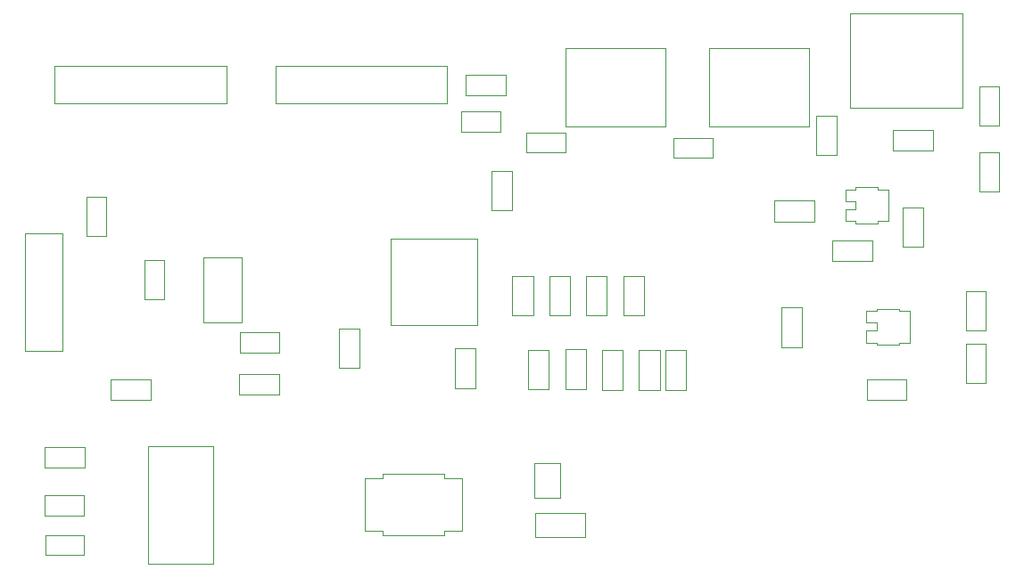
<source format=gbr>
%TF.GenerationSoftware,KiCad,Pcbnew,9.0.7*%
%TF.CreationDate,2026-02-08T16:14:47+05:30*%
%TF.ProjectId,fpga_dev_board,66706761-5f64-4657-965f-626f6172642e,rev?*%
%TF.SameCoordinates,Original*%
%TF.FileFunction,Other,User*%
%FSLAX46Y46*%
G04 Gerber Fmt 4.6, Leading zero omitted, Abs format (unit mm)*
G04 Created by KiCad (PCBNEW 9.0.7) date 2026-02-08 16:14:47*
%MOMM*%
%LPD*%
G01*
G04 APERTURE LIST*
%ADD10C,0.050000*%
G04 APERTURE END LIST*
%TO.C,@P_C16*%
D10*
X181480000Y-121232500D02*
X179520000Y-121232500D01*
X179520000Y-124992500D01*
X181480000Y-124992500D01*
X181480000Y-121232500D01*
%TO.C,R9*%
X141650000Y-119550000D02*
X145350000Y-119550000D01*
X145350000Y-121450000D01*
X141650000Y-121450000D01*
X141650000Y-119550000D01*
%TO.C,P2_C5*%
X193020000Y-120917500D02*
X194980000Y-120917500D01*
X194980000Y-117157500D01*
X193020000Y-117157500D01*
X193020000Y-120917500D01*
%TO.C,D5*%
X210526000Y-120650000D02*
X212426000Y-120650000D01*
X210526000Y-124350000D02*
X210526000Y-120650000D01*
X212426000Y-120650000D02*
X212426000Y-124350000D01*
X212426000Y-124350000D02*
X210526000Y-124350000D01*
%TO.C,@P_C19*%
X172520000Y-124917500D02*
X174480000Y-124917500D01*
X174480000Y-121157500D01*
X172520000Y-121157500D01*
X172520000Y-124917500D01*
%TO.C,B_C20*%
X163095000Y-95020000D02*
X166855000Y-95020000D01*
X166855000Y-96980000D01*
X163095000Y-96980000D01*
X163095000Y-95020000D01*
%TO.C,P1_C1*%
X201631000Y-112730000D02*
X197871000Y-112730000D01*
X197871000Y-110770000D01*
X201631000Y-110770000D01*
X201631000Y-112730000D01*
%TO.C,R2*%
X198251000Y-98950000D02*
X196351000Y-98950000D01*
X196351000Y-102650000D01*
X198251000Y-102650000D01*
X198251000Y-98950000D01*
%TO.C,B_R10*%
X168825000Y-100550000D02*
X172525000Y-100550000D01*
X172525000Y-102450000D01*
X168825000Y-102450000D01*
X168825000Y-100550000D01*
%TO.C,@G2_C12*%
X165520000Y-107917500D02*
X167480000Y-107917500D01*
X167480000Y-104157500D01*
X165520000Y-104157500D01*
X165520000Y-107917500D01*
%TO.C,B_R6*%
X182825000Y-101050000D02*
X186525000Y-101050000D01*
X186525000Y-102950000D01*
X182825000Y-102950000D01*
X182825000Y-101050000D01*
%TO.C,R6*%
X123150000Y-138800000D02*
X126850000Y-138800000D01*
X126850000Y-140700000D01*
X123150000Y-140700000D01*
X123150000Y-138800000D01*
%TO.C,U4*%
X153450000Y-133405000D02*
X155200000Y-133405000D01*
X153450000Y-138365000D02*
X153450000Y-133405000D01*
X155200000Y-132985000D02*
X161000000Y-132985000D01*
X155200000Y-133405000D02*
X155200000Y-132985000D01*
X155200000Y-138365000D02*
X153450000Y-138365000D01*
X155200000Y-138785000D02*
X155200000Y-138365000D01*
X161000000Y-132985000D02*
X161000000Y-133405000D01*
X161000000Y-133405000D02*
X162750000Y-133405000D01*
X161000000Y-138365000D02*
X161000000Y-138785000D01*
X161000000Y-138785000D02*
X155200000Y-138785000D01*
X162750000Y-133405000D02*
X162750000Y-138365000D01*
X162750000Y-138365000D02*
X161000000Y-138365000D01*
%TO.C,@P_R14*%
X169012500Y-124925000D02*
X170912500Y-124925000D01*
X170912500Y-121225000D01*
X169012500Y-121225000D01*
X169012500Y-124925000D01*
%TO.C,@P_C17*%
X172960000Y-114157500D02*
X171000000Y-114157500D01*
X171000000Y-117917500D01*
X172960000Y-117917500D01*
X172960000Y-114157500D01*
%TO.C,P1_C2*%
X207406000Y-102230000D02*
X203646000Y-102230000D01*
X203646000Y-100270000D01*
X207406000Y-100270000D01*
X207406000Y-102230000D01*
%TO.C,L_R1*%
X210551000Y-119350000D02*
X212451000Y-119350000D01*
X212451000Y-115650000D01*
X210551000Y-115650000D01*
X210551000Y-119350000D01*
%TO.C,B_C21*%
X145342500Y-125480000D02*
X141582500Y-125480000D01*
X141582500Y-123520000D01*
X145342500Y-123520000D01*
X145342500Y-125480000D01*
%TO.C,R5*%
X211801000Y-106137500D02*
X213701000Y-106137500D01*
X213701000Y-102437500D01*
X211801000Y-102437500D01*
X211801000Y-106137500D01*
%TO.C,@P_C13*%
X179980000Y-114157500D02*
X178020000Y-114157500D01*
X178020000Y-117917500D01*
X179980000Y-117917500D01*
X179980000Y-114157500D01*
%TO.C,R3*%
X123112500Y-135050000D02*
X126812500Y-135050000D01*
X126812500Y-136950000D01*
X123112500Y-136950000D01*
X123112500Y-135050000D01*
%TO.C,R4*%
X211801000Y-99850000D02*
X213701000Y-99850000D01*
X213701000Y-96150000D01*
X211801000Y-96150000D01*
X211801000Y-99850000D01*
%TO.C,@P_C15*%
X183980000Y-121232500D02*
X182020000Y-121232500D01*
X182020000Y-124992500D01*
X183980000Y-124992500D01*
X183980000Y-121232500D01*
%TO.C,P1_R7*%
X206451000Y-107650000D02*
X204551000Y-107650000D01*
X204551000Y-111350000D01*
X206451000Y-111350000D01*
X206451000Y-107650000D01*
%TO.C,C7*%
X123120000Y-130420000D02*
X126880000Y-130420000D01*
X126880000Y-132380000D01*
X123120000Y-132380000D01*
X123120000Y-130420000D01*
%TO.C,D1*%
X162625000Y-98550000D02*
X166325000Y-98550000D01*
X166325000Y-100450000D01*
X162625000Y-100450000D01*
X162625000Y-98550000D01*
%TO.C,@P_C18*%
X169450000Y-114157500D02*
X167490000Y-114157500D01*
X167490000Y-117917500D01*
X169450000Y-117917500D01*
X169450000Y-114157500D01*
%TO.C,J4*%
X145000000Y-94200000D02*
X145000000Y-97800000D01*
X145000000Y-97800000D02*
X161300000Y-97800000D01*
X161300000Y-94200000D02*
X145000000Y-94200000D01*
X161300000Y-97800000D02*
X161300000Y-94200000D01*
%TO.C,D4*%
X169700000Y-136700000D02*
X169700000Y-139000000D01*
X169700000Y-136700000D02*
X174400000Y-136700000D01*
X174400000Y-136700000D02*
X174400000Y-139000000D01*
X174400000Y-139000000D02*
X169700000Y-139000000D01*
%TO.C,P2_C4*%
X204906000Y-125980000D02*
X201146000Y-125980000D01*
X201146000Y-124020000D01*
X204906000Y-124020000D01*
X204906000Y-125980000D01*
%TO.C,JP4*%
X169550000Y-135250000D02*
X169550000Y-131950000D01*
X169550000Y-135250000D02*
X172050000Y-135250000D01*
X172050000Y-131950000D02*
X169550000Y-131950000D01*
X172050000Y-131950000D02*
X172050000Y-135250000D01*
%TO.C,C11*%
X129370000Y-124020000D02*
X133130000Y-124020000D01*
X133130000Y-125980000D01*
X129370000Y-125980000D01*
X129370000Y-124020000D01*
%TO.C,@P_C9*%
X176020000Y-124992500D02*
X177980000Y-124992500D01*
X177980000Y-121232500D01*
X176020000Y-121232500D01*
X176020000Y-124992500D01*
%TO.C,J6*%
X138200000Y-112425000D02*
X138200000Y-118575000D01*
X138200000Y-118575000D02*
X141800000Y-118575000D01*
X141800000Y-112425000D02*
X138200000Y-112425000D01*
X141800000Y-118575000D02*
X141800000Y-112425000D01*
%TO.C,SW2*%
X186175000Y-92500000D02*
X186425000Y-92500000D01*
X186175000Y-92750000D02*
X186175000Y-92500000D01*
X186175000Y-99750000D02*
X186175000Y-92750000D01*
X186175000Y-99750000D02*
X186175000Y-100000000D01*
X186175000Y-100000000D02*
X186425000Y-100000000D01*
X186425000Y-92500000D02*
X195425000Y-92500000D01*
X195425000Y-92500000D02*
X195675000Y-92500000D01*
X195425000Y-100000000D02*
X186425000Y-100000000D01*
X195425000Y-100000000D02*
X195675000Y-100000000D01*
X195675000Y-92500000D02*
X195675000Y-92750000D01*
X195675000Y-92750000D02*
X195675000Y-99750000D01*
X195675000Y-100000000D02*
X195675000Y-99750000D01*
%TO.C,J3*%
X132940000Y-130350000D02*
X132940000Y-141550000D01*
X132940000Y-141550000D02*
X139090000Y-141550000D01*
X139090000Y-130350000D02*
X132940000Y-130350000D01*
X139090000Y-141550000D02*
X139090000Y-130350000D01*
%TO.C,J5*%
X121200000Y-110080000D02*
X121200000Y-121280000D01*
X121200000Y-121280000D02*
X124800000Y-121280000D01*
X124800000Y-110080000D02*
X121200000Y-110080000D01*
X124800000Y-121280000D02*
X124800000Y-110080000D01*
%TO.C,U3*%
X201087500Y-117500000D02*
X202087500Y-117500000D01*
X201087500Y-118610000D02*
X201087500Y-117500000D01*
X201087500Y-119390000D02*
X202087500Y-119390000D01*
X201087500Y-120500000D02*
X201087500Y-119390000D01*
X202087500Y-117300000D02*
X204187500Y-117300000D01*
X202087500Y-117500000D02*
X202087500Y-117300000D01*
X202087500Y-118610000D02*
X201087500Y-118610000D01*
X202087500Y-119390000D02*
X202087500Y-118610000D01*
X202087500Y-120500000D02*
X201087500Y-120500000D01*
X202087500Y-120700000D02*
X202087500Y-120500000D01*
X204187500Y-117300000D02*
X204187500Y-117500000D01*
X204187500Y-117500000D02*
X205187500Y-117500000D01*
X204187500Y-120500000D02*
X204187500Y-120700000D01*
X204187500Y-120700000D02*
X202087500Y-120700000D01*
X205187500Y-117500000D02*
X205187500Y-120500000D01*
X205187500Y-120500000D02*
X204187500Y-120500000D01*
%TO.C,C8*%
X163980000Y-121082500D02*
X162020000Y-121082500D01*
X162020000Y-124842500D01*
X163980000Y-124842500D01*
X163980000Y-121082500D01*
%TO.C,SW1*%
X172500000Y-92500000D02*
X172750000Y-92500000D01*
X172500000Y-92750000D02*
X172500000Y-92500000D01*
X172500000Y-99750000D02*
X172500000Y-92750000D01*
X172500000Y-99750000D02*
X172500000Y-100000000D01*
X172500000Y-100000000D02*
X172750000Y-100000000D01*
X172750000Y-92500000D02*
X181750000Y-92500000D01*
X181750000Y-92500000D02*
X182000000Y-92500000D01*
X181750000Y-100000000D02*
X172750000Y-100000000D01*
X181750000Y-100000000D02*
X182000000Y-100000000D01*
X182000000Y-92500000D02*
X182000000Y-92750000D01*
X182000000Y-92750000D02*
X182000000Y-99750000D01*
X182000000Y-100000000D02*
X182000000Y-99750000D01*
%TO.C,D3*%
X127050000Y-106675000D02*
X128950000Y-106675000D01*
X127050000Y-110375000D02*
X127050000Y-106675000D01*
X128950000Y-106675000D02*
X128950000Y-110375000D01*
X128950000Y-110375000D02*
X127050000Y-110375000D01*
%TO.C,J1*%
X210211000Y-98155000D02*
X199571000Y-98155000D01*
X199571000Y-89215000D01*
X210211000Y-89215000D01*
X210211000Y-98155000D01*
%TO.C,U1*%
X155932500Y-110620000D02*
X155932500Y-118880000D01*
X155932500Y-118880000D02*
X164192500Y-118880000D01*
X164192500Y-110620000D02*
X155932500Y-110620000D01*
X164192500Y-118880000D02*
X164192500Y-110620000D01*
%TO.C,J2*%
X124040000Y-94200000D02*
X124040000Y-97800000D01*
X124040000Y-97800000D02*
X140340000Y-97800000D01*
X140340000Y-94200000D02*
X124040000Y-94200000D01*
X140340000Y-97800000D02*
X140340000Y-94200000D01*
%TO.C,@P_C14*%
X176470000Y-114157500D02*
X174510000Y-114157500D01*
X174510000Y-117917500D01*
X176470000Y-117917500D01*
X176470000Y-114157500D01*
%TO.C,L_R13*%
X134450000Y-112650000D02*
X132550000Y-112650000D01*
X132550000Y-116350000D01*
X134450000Y-116350000D01*
X134450000Y-112650000D01*
%TO.C,@G1_C6*%
X152980000Y-119157500D02*
X151020000Y-119157500D01*
X151020000Y-122917500D01*
X152980000Y-122917500D01*
X152980000Y-119157500D01*
%TO.C,U2*%
X199087500Y-105950000D02*
X200087500Y-105950000D01*
X199087500Y-107060000D02*
X199087500Y-105950000D01*
X199087500Y-107840000D02*
X200087500Y-107840000D01*
X199087500Y-108950000D02*
X199087500Y-107840000D01*
X200087500Y-105750000D02*
X202187500Y-105750000D01*
X200087500Y-105950000D02*
X200087500Y-105750000D01*
X200087500Y-107060000D02*
X199087500Y-107060000D01*
X200087500Y-107840000D02*
X200087500Y-107060000D01*
X200087500Y-108950000D02*
X199087500Y-108950000D01*
X200087500Y-109150000D02*
X200087500Y-108950000D01*
X202187500Y-105750000D02*
X202187500Y-105950000D01*
X202187500Y-105950000D02*
X203187500Y-105950000D01*
X202187500Y-108950000D02*
X202187500Y-109150000D01*
X202187500Y-109150000D02*
X200087500Y-109150000D01*
X203187500Y-105950000D02*
X203187500Y-108950000D01*
X203187500Y-108950000D02*
X202187500Y-108950000D01*
%TO.C,P1_C3*%
X196131000Y-108980000D02*
X192371000Y-108980000D01*
X192371000Y-107020000D01*
X196131000Y-107020000D01*
X196131000Y-108980000D01*
%TD*%
M02*

</source>
